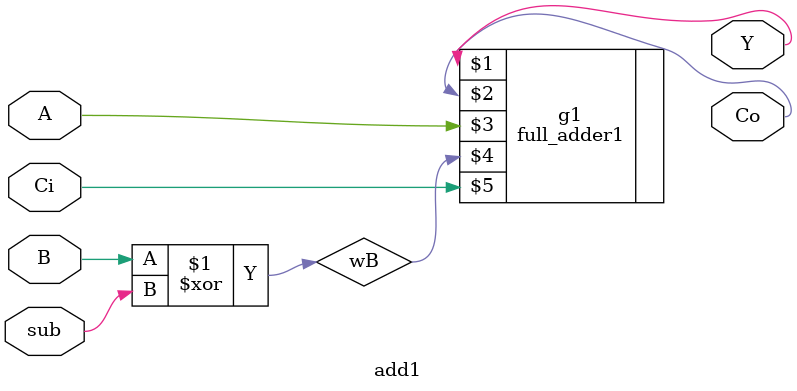
<source format=v>
module add1(Y, Co, A, B, Ci, sub);
	
	output Y, Co;
	input A, B, Ci, sub;

	wire wB;
	xor g0(wB, B, sub);
	full_adder1 g1(Y, Co, A, wB, Ci);

endmodule 
</source>
